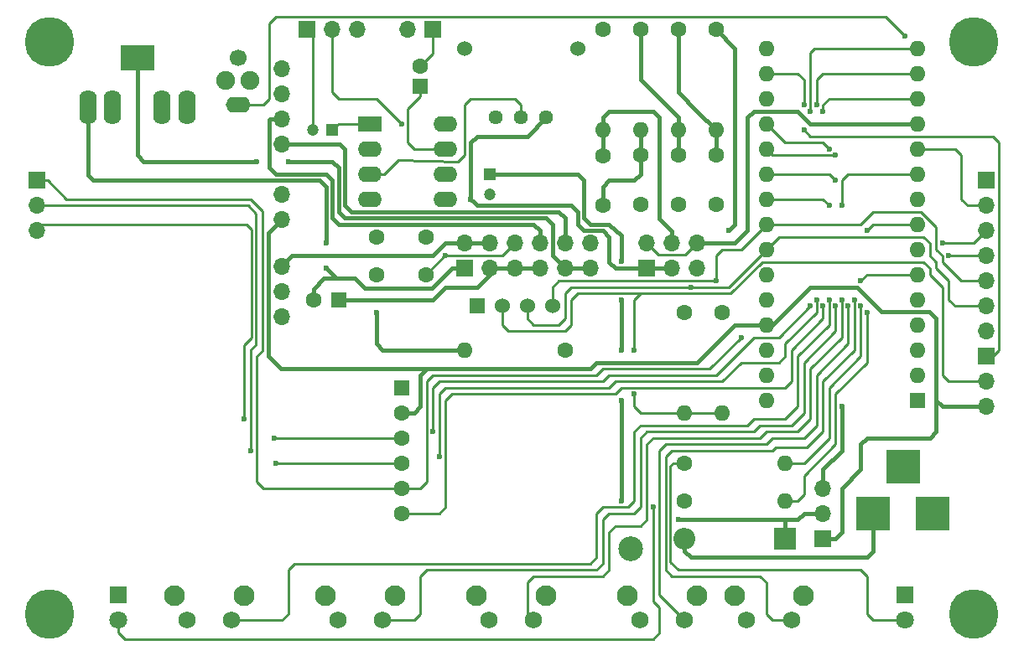
<source format=gtl>
G04 #@! TF.GenerationSoftware,KiCad,Pcbnew,(5.1.5)-3*
G04 #@! TF.CreationDate,2020-06-04T00:05:55+02:00*
G04 #@! TF.ProjectId,8bitWave Module,38626974-5761-4766-9520-4d6f64756c65,rev?*
G04 #@! TF.SameCoordinates,Original*
G04 #@! TF.FileFunction,Copper,L1,Top*
G04 #@! TF.FilePolarity,Positive*
%FSLAX46Y46*%
G04 Gerber Fmt 4.6, Leading zero omitted, Abs format (unit mm)*
G04 Created by KiCad (PCBNEW (5.1.5)-3) date 2020-06-04 00:05:55*
%MOMM*%
%LPD*%
G04 APERTURE LIST*
%ADD10C,1.600000*%
%ADD11R,1.600000X1.600000*%
%ADD12R,1.700000X1.700000*%
%ADD13O,1.700000X1.700000*%
%ADD14C,1.900000*%
%ADD15O,2.500000X1.600000*%
%ADD16C,1.700000*%
%ADD17C,2.500000*%
%ADD18C,1.524000*%
%ADD19R,1.524000X1.524000*%
%ADD20O,1.600000X1.600000*%
%ADD21O,2.200000X2.200000*%
%ADD22R,2.200000X2.200000*%
%ADD23R,3.500000X3.500000*%
%ADD24C,2.100000*%
%ADD25C,1.750000*%
%ADD26C,5.000000*%
%ADD27R,2.400000X1.600000*%
%ADD28O,2.400000X1.600000*%
%ADD29R,1.200000X1.200000*%
%ADD30C,1.200000*%
%ADD31R,1.800000X1.800000*%
%ADD32C,1.800000*%
%ADD33R,3.500000X2.500000*%
%ADD34O,1.750000X3.500000*%
%ADD35C,1.440000*%
%ADD36C,0.600000*%
%ADD37C,0.250000*%
%ADD38C,0.381000*%
G04 APERTURE END LIST*
D10*
X109220000Y-128905000D03*
X109220000Y-126365000D03*
X109220000Y-123825000D03*
X109220000Y-121285000D03*
X109220000Y-118745000D03*
D11*
X109220000Y-116205000D03*
D12*
X112395000Y-80010000D03*
D13*
X109855000Y-80010000D03*
D14*
X93960000Y-85175000D03*
D15*
X92710000Y-87575000D03*
D14*
X91460000Y-85175000D03*
D16*
X92710000Y-82875000D03*
D17*
X132400000Y-132450000D03*
D18*
X124460000Y-107950000D03*
X121920000Y-107950000D03*
X119380000Y-107950000D03*
D19*
X116840000Y-107950000D03*
D13*
X97155000Y-108990000D03*
X97155000Y-106450000D03*
X97155000Y-103910000D03*
X97155000Y-99190000D03*
X97155000Y-96650000D03*
X97155000Y-91590000D03*
X97155000Y-89050000D03*
X97155000Y-86510000D03*
X97155000Y-83970000D03*
X72390000Y-100330000D03*
X72390000Y-97790000D03*
D12*
X72390000Y-95250000D03*
D11*
X161290000Y-117475000D03*
D20*
X146050000Y-84455000D03*
X161290000Y-114935000D03*
X146050000Y-86995000D03*
X161290000Y-112395000D03*
X146050000Y-89535000D03*
X161290000Y-109855000D03*
X146050000Y-92075000D03*
X161290000Y-107315000D03*
X146050000Y-94615000D03*
X161290000Y-104775000D03*
X146050000Y-97155000D03*
X161290000Y-102235000D03*
X146050000Y-99695000D03*
X161290000Y-99695000D03*
X146050000Y-102235000D03*
X161290000Y-97155000D03*
X146050000Y-104775000D03*
X161290000Y-94615000D03*
X146050000Y-107315000D03*
X161290000Y-92075000D03*
X146050000Y-109855000D03*
X161290000Y-89535000D03*
X146050000Y-112395000D03*
X161290000Y-86995000D03*
X146050000Y-114935000D03*
X161290000Y-84455000D03*
X146050000Y-117475000D03*
X161290000Y-81915000D03*
X146050000Y-81915000D03*
D11*
X111125000Y-85725000D03*
D10*
X111125000Y-83725000D03*
D21*
X137795000Y-131445000D03*
D22*
X147955000Y-131445000D03*
D13*
X151765000Y-126365000D03*
X151765000Y-128905000D03*
D12*
X151765000Y-131445000D03*
D13*
X139065000Y-101600000D03*
X139065000Y-104140000D03*
X136525000Y-101600000D03*
X136525000Y-104140000D03*
X133985000Y-101600000D03*
D12*
X133985000Y-104140000D03*
D23*
X159845000Y-124205000D03*
X162845000Y-128905000D03*
X156845000Y-128905000D03*
D12*
X168275000Y-95250000D03*
D13*
X168275000Y-97790000D03*
X168275000Y-100330000D03*
X168275000Y-102870000D03*
X168275000Y-105410000D03*
X168275000Y-107950000D03*
X168275000Y-110490000D03*
D24*
X132035000Y-137210000D03*
D25*
X133295000Y-139700000D03*
X137795000Y-139700000D03*
D24*
X139045000Y-137210000D03*
X142830000Y-137210000D03*
D25*
X144090000Y-139700000D03*
X148590000Y-139700000D03*
D24*
X149840000Y-137210000D03*
X101555000Y-137210000D03*
D25*
X102815000Y-139700000D03*
X107315000Y-139700000D03*
D24*
X108565000Y-137210000D03*
X86315000Y-137210000D03*
D25*
X87575000Y-139700000D03*
X92075000Y-139700000D03*
D24*
X93325000Y-137210000D03*
X116795000Y-137210000D03*
D25*
X118055000Y-139700000D03*
X122555000Y-139700000D03*
D24*
X123805000Y-137210000D03*
D26*
X73660000Y-139065000D03*
X167005000Y-139065000D03*
X167005000Y-81280000D03*
X73660000Y-81280000D03*
D10*
X133350000Y-80010000D03*
D20*
X133350000Y-90170000D03*
D10*
X137160000Y-80010000D03*
D20*
X137160000Y-90170000D03*
D10*
X140970000Y-80010000D03*
D20*
X140970000Y-90170000D03*
D10*
X129540000Y-80010000D03*
D20*
X129540000Y-90170000D03*
D10*
X125730000Y-112395000D03*
D20*
X115570000Y-112395000D03*
D27*
X106045000Y-89535000D03*
D28*
X113665000Y-97155000D03*
X106045000Y-92075000D03*
X113665000Y-94615000D03*
X106045000Y-94615000D03*
X113665000Y-92075000D03*
X106045000Y-97155000D03*
X113665000Y-89535000D03*
D10*
X129540000Y-97790000D03*
X129540000Y-92790000D03*
X133350000Y-92710000D03*
X133350000Y-97710000D03*
X137160000Y-92710000D03*
X137160000Y-97710000D03*
X140970000Y-92710000D03*
X140970000Y-97710000D03*
X111680000Y-100965000D03*
X106680000Y-100965000D03*
D29*
X118110000Y-94615000D03*
D30*
X118110000Y-96615000D03*
D29*
X102235000Y-90170000D03*
D30*
X100235000Y-90170000D03*
D10*
X111680000Y-104775000D03*
X106680000Y-104775000D03*
D11*
X102870000Y-107315000D03*
D10*
X100370000Y-107315000D03*
D31*
X80645000Y-137160000D03*
D32*
X80645000Y-139700000D03*
D10*
X137795000Y-127635000D03*
D20*
X147955000Y-127635000D03*
D33*
X82550000Y-82859000D03*
D34*
X87550000Y-87865000D03*
X77550000Y-87865000D03*
X85050000Y-87865000D03*
X80050000Y-87865000D03*
D31*
X160020000Y-137160000D03*
D32*
X160020000Y-139700000D03*
D10*
X137795000Y-123825000D03*
D20*
X147955000Y-123825000D03*
D12*
X168275000Y-113030000D03*
D13*
X168275000Y-115570000D03*
X168275000Y-118110000D03*
D10*
X137795000Y-108585000D03*
D20*
X137795000Y-118745000D03*
D10*
X141605000Y-108585000D03*
D20*
X141605000Y-118745000D03*
D13*
X128270000Y-101600000D03*
X128270000Y-104140000D03*
X125730000Y-101600000D03*
X125730000Y-104140000D03*
X123190000Y-101600000D03*
X123190000Y-104140000D03*
X120650000Y-101600000D03*
X120650000Y-104140000D03*
X118110000Y-101600000D03*
X118110000Y-104140000D03*
X115570000Y-101600000D03*
D12*
X115570000Y-104140000D03*
D35*
X123825000Y-88900000D03*
X121285000Y-88900000D03*
X118745000Y-88900000D03*
D18*
X127000000Y-81915000D03*
X115570000Y-81915000D03*
D13*
X104775000Y-80010000D03*
X102235000Y-80010000D03*
D12*
X99695000Y-80010000D03*
D36*
X152400000Y-92075000D03*
X154305000Y-107950000D03*
X153035000Y-92710000D03*
X154940000Y-107315000D03*
X153035000Y-95250000D03*
X153035000Y-107950000D03*
X152400000Y-97790000D03*
X152400000Y-107315000D03*
X153670000Y-97790000D03*
X153670000Y-107315000D03*
X149860000Y-90170000D03*
X149860000Y-87630000D03*
X140970000Y-105410000D03*
X138430000Y-106045000D03*
X109220000Y-89535000D03*
X160020000Y-80645000D03*
X151765000Y-88265000D03*
X151765000Y-107950000D03*
X113030000Y-123190000D03*
X151130000Y-107315000D03*
X151130000Y-87630000D03*
X93980000Y-122555000D03*
X96520000Y-123825000D03*
X112395000Y-120650000D03*
X150495000Y-88265000D03*
X150495000Y-107950000D03*
X93345000Y-119380000D03*
X96393000Y-121285000D03*
X143510000Y-111125000D03*
X101600000Y-101600000D03*
X101600000Y-104140000D03*
X106680000Y-108585000D03*
X164465000Y-102870000D03*
X163830000Y-101600000D03*
X156210000Y-108585000D03*
X156210000Y-100330000D03*
X134620000Y-128270000D03*
X155575000Y-107950000D03*
X155575000Y-105409962D03*
X132715000Y-116840000D03*
X132715000Y-112395000D03*
X142240000Y-100330000D03*
X116205000Y-97155000D03*
X113665000Y-102870000D03*
X94615000Y-93345000D03*
X97790000Y-93345000D03*
X153670000Y-118110000D03*
X131445000Y-107315000D03*
X131445000Y-112395000D03*
X131445000Y-117475000D03*
X137160000Y-129540000D03*
X131445000Y-103449490D03*
X131445000Y-127635000D03*
D37*
X151765000Y-91440000D02*
X152400000Y-92075000D01*
X147955000Y-91440000D02*
X146050000Y-89535000D01*
X151765000Y-91440000D02*
X147955000Y-91440000D01*
X151130000Y-120015000D02*
X151130000Y-114935000D01*
X146685000Y-121285000D02*
X149860000Y-121285000D01*
X135255000Y-137160000D02*
X135255000Y-122555000D01*
X135255000Y-122555000D02*
X135890000Y-121920000D01*
X137795000Y-139700000D02*
X135255000Y-137160000D01*
X154305000Y-111760000D02*
X154305000Y-107950000D01*
X135890000Y-121920000D02*
X146050000Y-121920000D01*
X151130000Y-114935000D02*
X154305000Y-111760000D01*
X149860000Y-121285000D02*
X151130000Y-120015000D01*
X146050000Y-121920000D02*
X146685000Y-121285000D01*
X146685000Y-92710000D02*
X146050000Y-92075000D01*
X153035000Y-92710000D02*
X146685000Y-92710000D01*
X154940000Y-112395000D02*
X154940000Y-107315000D01*
X151765000Y-115570000D02*
X154940000Y-112395000D01*
X151765000Y-120650000D02*
X151765000Y-115570000D01*
X150177500Y-122237500D02*
X151765000Y-120650000D01*
X145415000Y-135255000D02*
X136525000Y-135255000D01*
X146050000Y-139065000D02*
X146050000Y-135890000D01*
X146685000Y-139700000D02*
X146050000Y-139065000D01*
X146685000Y-122555000D02*
X147002500Y-122237500D01*
X146050000Y-135890000D02*
X145415000Y-135255000D01*
X135890000Y-134620000D02*
X135890000Y-123190000D01*
X148590000Y-139700000D02*
X146685000Y-139700000D01*
X136525000Y-135255000D02*
X135890000Y-134620000D01*
X136525000Y-122555000D02*
X146685000Y-122555000D01*
X135890000Y-123190000D02*
X136525000Y-122555000D01*
X147002500Y-122237500D02*
X150177500Y-122237500D01*
X153035000Y-95250000D02*
X152400000Y-94615000D01*
X152400000Y-94615000D02*
X146050000Y-94615000D01*
X110490000Y-139700000D02*
X107315000Y-139700000D01*
X111125000Y-139065000D02*
X110490000Y-139700000D01*
X111125000Y-135255000D02*
X111125000Y-139065000D01*
X111760000Y-134620000D02*
X111125000Y-135255000D01*
X128905000Y-134620000D02*
X111760000Y-134620000D01*
X129540000Y-133985000D02*
X128905000Y-134620000D01*
X129540000Y-129540000D02*
X129540000Y-133985000D01*
X130175000Y-128905000D02*
X129540000Y-129540000D01*
X149860000Y-113665000D02*
X149860000Y-118745000D01*
X133350000Y-121285000D02*
X133350000Y-128270000D01*
X153035000Y-110490000D02*
X149860000Y-113665000D01*
X153035000Y-107950000D02*
X153035000Y-110490000D01*
X133985000Y-120650000D02*
X133350000Y-121285000D01*
X132715000Y-128905000D02*
X130175000Y-128905000D01*
X148590000Y-120015000D02*
X145415000Y-120015000D01*
X133350000Y-128270000D02*
X132715000Y-128905000D01*
X149860000Y-118745000D02*
X148590000Y-120015000D01*
X145415000Y-120015000D02*
X144780000Y-120650000D01*
X144780000Y-120650000D02*
X133985000Y-120650000D01*
X151765000Y-97155000D02*
X152400000Y-97790000D01*
X151765000Y-97155000D02*
X146050000Y-97155000D01*
X97790000Y-139065000D02*
X97155000Y-139700000D01*
X98425000Y-133985000D02*
X97790000Y-134620000D01*
X128270000Y-133985000D02*
X98425000Y-133985000D01*
X128905000Y-133350000D02*
X128270000Y-133985000D01*
X129540000Y-128270000D02*
X128905000Y-128905000D01*
X97790000Y-134620000D02*
X97790000Y-139065000D01*
X147955000Y-119380000D02*
X144780000Y-119380000D01*
X149225000Y-118110000D02*
X147955000Y-119380000D01*
X133350000Y-120015000D02*
X132715000Y-120650000D01*
X144780000Y-119380000D02*
X144145000Y-120015000D01*
X149225000Y-113030000D02*
X149225000Y-118110000D01*
X128905000Y-128905000D02*
X128905000Y-133350000D01*
X144145000Y-120015000D02*
X133350000Y-120015000D01*
X152400000Y-109855000D02*
X149225000Y-113030000D01*
X152400000Y-107315000D02*
X152400000Y-109855000D01*
X97155000Y-139700000D02*
X92075000Y-139700000D01*
X132715000Y-120650000D02*
X132715000Y-127635000D01*
X132715000Y-127635000D02*
X132080000Y-128270000D01*
X132080000Y-128270000D02*
X129540000Y-128270000D01*
X154940000Y-94615000D02*
X154305000Y-94615000D01*
X153670000Y-95250000D02*
X153670000Y-97790000D01*
X154305000Y-94615000D02*
X153670000Y-95250000D01*
X154940000Y-94615000D02*
X161290000Y-94615000D01*
X121920000Y-139065000D02*
X122555000Y-139700000D01*
X121920000Y-135890000D02*
X121920000Y-139065000D01*
X150495000Y-119380000D02*
X149225000Y-120650000D01*
X150495000Y-114300000D02*
X150495000Y-119380000D01*
X153670000Y-107315000D02*
X153670000Y-111125000D01*
X149225000Y-120650000D02*
X146050000Y-120650000D01*
X153670000Y-111125000D02*
X150495000Y-114300000D01*
X146050000Y-120650000D02*
X145415000Y-121285000D01*
X145415000Y-121285000D02*
X134620000Y-121285000D01*
X122555000Y-135255000D02*
X121920000Y-135890000D01*
X134620000Y-121285000D02*
X133985000Y-121920000D01*
X133985000Y-121920000D02*
X133985000Y-129540000D01*
X133985000Y-129540000D02*
X133350000Y-130175000D01*
X133350000Y-130175000D02*
X130810000Y-130175000D01*
X130810000Y-130175000D02*
X130175000Y-130810000D01*
X130175000Y-130810000D02*
X130175000Y-134620000D01*
X130175000Y-134620000D02*
X129540000Y-135255000D01*
X129540000Y-135255000D02*
X122555000Y-135255000D01*
X168910000Y-113030000D02*
X169545000Y-112395000D01*
X168275000Y-113030000D02*
X168910000Y-113030000D01*
X169545000Y-112395000D02*
X169545000Y-91440000D01*
X169545000Y-91440000D02*
X168910000Y-90805000D01*
X168910000Y-90805000D02*
X151130000Y-90805000D01*
X150495000Y-90805000D02*
X149860000Y-90170000D01*
X151130000Y-90805000D02*
X150495000Y-90805000D01*
X149860000Y-87630000D02*
X149860000Y-85090000D01*
X149860000Y-85090000D02*
X149225000Y-84455000D01*
X149225000Y-84455000D02*
X146050000Y-84455000D01*
X163195000Y-99934998D02*
X161685002Y-98425000D01*
X165735000Y-105410000D02*
X163830000Y-103505000D01*
X163195000Y-102235000D02*
X163195000Y-99934998D01*
X168275000Y-105410000D02*
X165735000Y-105410000D01*
X163830000Y-103505000D02*
X163830000Y-102870000D01*
X163830000Y-102870000D02*
X163195000Y-102235000D01*
X140545736Y-105410000D02*
X140970000Y-105410000D01*
X124460000Y-106045000D02*
X125095000Y-105410000D01*
X125095000Y-105410000D02*
X140545736Y-105410000D01*
X124460000Y-107950000D02*
X124460000Y-106045000D01*
X143510000Y-102235000D02*
X146050000Y-99695000D01*
X141605000Y-102235000D02*
X143510000Y-102235000D01*
X140970000Y-102870000D02*
X141605000Y-102235000D01*
X140970000Y-105410000D02*
X140970000Y-102870000D01*
X155575000Y-99695000D02*
X156845000Y-98425000D01*
X146050000Y-99695000D02*
X155575000Y-99695000D01*
X161685002Y-98425000D02*
X156845000Y-98425000D01*
X161925000Y-100965000D02*
X147320000Y-100965000D01*
X147320000Y-100965000D02*
X146050000Y-102235000D01*
X162560000Y-101600000D02*
X161925000Y-100965000D01*
X162560000Y-102870000D02*
X162560000Y-101600000D01*
X163195000Y-103505000D02*
X162560000Y-102870000D01*
X165100000Y-107950000D02*
X164465000Y-107315000D01*
X164465000Y-105410000D02*
X163195000Y-104140000D01*
X168275000Y-107950000D02*
X165100000Y-107950000D01*
X164465000Y-107315000D02*
X164465000Y-105410000D01*
X163195000Y-104140000D02*
X163195000Y-103505000D01*
X142240000Y-106045000D02*
X146050000Y-102235000D01*
X125730000Y-106680000D02*
X126365000Y-106045000D01*
X126365000Y-106045000D02*
X142240000Y-106045000D01*
X121920000Y-107950000D02*
X121920000Y-109220000D01*
X125730000Y-109220000D02*
X125730000Y-106680000D01*
X121920000Y-109220000D02*
X122555000Y-109855000D01*
X122555000Y-109855000D02*
X125095000Y-109855000D01*
X125095000Y-109855000D02*
X125730000Y-109220000D01*
D38*
X163830000Y-118110000D02*
X168275000Y-118110000D01*
X163195000Y-117475000D02*
X163830000Y-118110000D01*
X139065000Y-113665000D02*
X142875000Y-109855000D01*
X142875000Y-109855000D02*
X146050000Y-109855000D01*
X111125000Y-118110000D02*
X110490000Y-118745000D01*
X110490000Y-118745000D02*
X109220000Y-118745000D01*
X163195000Y-120650000D02*
X163195000Y-117475000D01*
X162560000Y-121285000D02*
X163195000Y-120650000D01*
X156210000Y-121285000D02*
X162560000Y-121285000D01*
X155575000Y-121920000D02*
X156210000Y-121285000D01*
X153035000Y-131445000D02*
X153670000Y-130810000D01*
X151765000Y-131445000D02*
X153035000Y-131445000D01*
X155575000Y-124460000D02*
X155575000Y-121920000D01*
X153670000Y-130810000D02*
X153670000Y-126365000D01*
X153670000Y-126365000D02*
X155575000Y-124460000D01*
X128905000Y-113665000D02*
X128270000Y-114300000D01*
X128905000Y-113665000D02*
X139065000Y-113665000D01*
X128270000Y-114300000D02*
X111760000Y-114300000D01*
X111125000Y-118110000D02*
X111125000Y-114935000D01*
X111760000Y-114300000D02*
X111125000Y-114935000D01*
X97155000Y-99190000D02*
X95761000Y-100584000D01*
D37*
X95761000Y-100584000D02*
X95758000Y-100584000D01*
D38*
X95758000Y-113030000D02*
X95758000Y-100584000D01*
X111760000Y-114300000D02*
X97028000Y-114300000D01*
X97028000Y-114300000D02*
X95758000Y-113030000D01*
X163195000Y-111760000D02*
X163195000Y-117475000D01*
X163195000Y-109220000D02*
X163195000Y-111760000D01*
X146685000Y-109855000D02*
X150495000Y-106045000D01*
X146050000Y-109855000D02*
X146685000Y-109855000D01*
X150495000Y-106045000D02*
X155188056Y-106045000D01*
X162480501Y-108505501D02*
X163195000Y-109220000D01*
X155188056Y-106045000D02*
X157648557Y-108505501D01*
X157648557Y-108505501D02*
X162480501Y-108505501D01*
D37*
X138215001Y-102449999D02*
X139065000Y-101600000D01*
X137889999Y-102775001D02*
X138215001Y-102449999D01*
X135160001Y-102775001D02*
X137889999Y-102775001D01*
X133985000Y-101600000D02*
X135160001Y-102775001D01*
D38*
X160158630Y-89535000D02*
X161290000Y-89535000D01*
X149225000Y-88265000D02*
X150495000Y-89535000D01*
X144780000Y-88265000D02*
X149225000Y-88265000D01*
X150495000Y-89535000D02*
X160158630Y-89535000D01*
X142875000Y-101600000D02*
X144145000Y-100330000D01*
X144145000Y-100330000D02*
X144145000Y-88900000D01*
X139065000Y-101600000D02*
X142875000Y-101600000D01*
X144145000Y-88900000D02*
X144780000Y-88265000D01*
D37*
X107315000Y-87630000D02*
X109220000Y-89535000D01*
X102235000Y-80010000D02*
X102235000Y-86360000D01*
X102235000Y-86360000D02*
X102870000Y-86995000D01*
X106680000Y-86995000D02*
X107315000Y-87630000D01*
X102870000Y-86995000D02*
X106680000Y-86995000D01*
D38*
X129540000Y-90170000D02*
X129540000Y-92790000D01*
X129540000Y-88900000D02*
X129540000Y-90170000D01*
X130175000Y-88265000D02*
X129540000Y-88900000D01*
X136525000Y-100397919D02*
X135255000Y-99127919D01*
X135255000Y-99127919D02*
X135255000Y-88900000D01*
X136525000Y-101600000D02*
X136525000Y-100397919D01*
X135255000Y-88900000D02*
X134620000Y-88265000D01*
X134620000Y-88265000D02*
X130175000Y-88265000D01*
X137160000Y-90170000D02*
X137160000Y-92710000D01*
X133350000Y-85090000D02*
X133350000Y-80010000D01*
X137160000Y-88900000D02*
X133350000Y-85090000D01*
X137160000Y-90170000D02*
X137160000Y-88900000D01*
X140970000Y-90170000D02*
X140970000Y-92710000D01*
X137160000Y-80010000D02*
X137160000Y-86360000D01*
X139065000Y-88265000D02*
X137160000Y-86360000D01*
X139065000Y-88265000D02*
X140970000Y-90170000D01*
D37*
X158115000Y-78740000D02*
X96520000Y-78740000D01*
X95305000Y-87575000D02*
X92710000Y-87575000D01*
X95885000Y-86995000D02*
X95305000Y-87575000D01*
X160020000Y-80645000D02*
X158115000Y-78740000D01*
X96520000Y-78740000D02*
X95885000Y-79375000D01*
X95885000Y-79375000D02*
X95885000Y-86995000D01*
X153035000Y-86995000D02*
X152400000Y-86995000D01*
X151765000Y-87630000D02*
X151765000Y-88265000D01*
X152400000Y-86995000D02*
X151765000Y-87630000D01*
X161290000Y-86995000D02*
X153035000Y-86995000D01*
X113665000Y-128270000D02*
X113030000Y-128905000D01*
X130810000Y-116840000D02*
X114300000Y-116840000D01*
X113665000Y-117475000D02*
X113665000Y-128270000D01*
X114300000Y-116840000D02*
X113665000Y-117475000D01*
X131445000Y-116205000D02*
X130810000Y-116840000D01*
X151765000Y-107950000D02*
X151765000Y-109220000D01*
X148590000Y-112395000D02*
X148590000Y-115570000D01*
X113030000Y-128905000D02*
X109220000Y-128905000D01*
X151765000Y-109220000D02*
X148590000Y-112395000D01*
X148590000Y-115570000D02*
X147955000Y-116205000D01*
X147955000Y-116205000D02*
X131445000Y-116205000D01*
X152400000Y-84455000D02*
X151765000Y-84455000D01*
X151765000Y-84455000D02*
X151130000Y-85090000D01*
X161290000Y-84455000D02*
X152400000Y-84455000D01*
X151130000Y-107315000D02*
X151130000Y-108585000D01*
X143510000Y-113665000D02*
X141605000Y-115570000D01*
X151130000Y-108585000D02*
X147955000Y-111760000D01*
X147320000Y-113665000D02*
X143510000Y-113665000D01*
X147955000Y-111760000D02*
X147955000Y-113030000D01*
X147955000Y-113030000D02*
X147320000Y-113665000D01*
X151130000Y-85090000D02*
X151130000Y-87630000D01*
X130810000Y-115570000D02*
X130175000Y-116205000D01*
X141605000Y-115570000D02*
X130810000Y-115570000D01*
X130175000Y-116205000D02*
X113665000Y-116205000D01*
X113665000Y-116205000D02*
X113030000Y-116840000D01*
X113030000Y-116840000D02*
X113030000Y-123190000D01*
X72390000Y-97790000D02*
X93726000Y-97790000D01*
X93726000Y-97790000D02*
X94560021Y-98624021D01*
X96647000Y-123825000D02*
X109220000Y-123825000D01*
X94560021Y-98624021D02*
X94560021Y-111705021D01*
X94560021Y-111705021D02*
X94560021Y-111814979D01*
X94560021Y-111814979D02*
X93980000Y-112395000D01*
X93980000Y-112395000D02*
X93980000Y-120015000D01*
X93980000Y-120015000D02*
X93980000Y-122555000D01*
X151765000Y-81915000D02*
X150945002Y-81915000D01*
X150495000Y-82365002D02*
X150495000Y-88265000D01*
X150945002Y-81915000D02*
X150495000Y-82365002D01*
X161290000Y-81915000D02*
X151765000Y-81915000D01*
X147320000Y-111125000D02*
X150495000Y-107950000D01*
X140970000Y-114935000D02*
X144780000Y-111125000D01*
X144780000Y-111125000D02*
X147320000Y-111125000D01*
X130175000Y-114935000D02*
X129540000Y-115570000D01*
X130175000Y-114935000D02*
X140970000Y-114935000D01*
X129540000Y-115570000D02*
X113030000Y-115570000D01*
X113030000Y-115570000D02*
X112395000Y-116205000D01*
X112395000Y-120650000D02*
X112395000Y-116205000D01*
X94110010Y-100206010D02*
X93599000Y-99695000D01*
X93599000Y-99695000D02*
X73025000Y-99695000D01*
X73025000Y-99695000D02*
X72390000Y-100330000D01*
X94110010Y-111065689D02*
X94110010Y-100206010D01*
X109220000Y-121285000D02*
X96393000Y-121285000D01*
X94110010Y-111065689D02*
X94110010Y-111121990D01*
X94110010Y-111121990D02*
X93345000Y-111887000D01*
X93345000Y-111887000D02*
X93345000Y-119380000D01*
X111125000Y-126365000D02*
X109220000Y-126365000D01*
X111760000Y-125730000D02*
X111125000Y-126365000D01*
X111760000Y-115570000D02*
X111760000Y-125730000D01*
X140335000Y-114300000D02*
X129540000Y-114300000D01*
X143510000Y-111125000D02*
X140335000Y-114300000D01*
X128905000Y-114935000D02*
X112395000Y-114935000D01*
X129540000Y-114300000D02*
X128905000Y-114935000D01*
X112395000Y-114935000D02*
X111760000Y-115570000D01*
X95250000Y-126365000D02*
X109220000Y-126365000D01*
X94615000Y-125730000D02*
X95250000Y-126365000D01*
X94615000Y-113030000D02*
X94615000Y-125730000D01*
X95159009Y-112485991D02*
X94615000Y-113030000D01*
X73490000Y-95250000D02*
X75395000Y-97155000D01*
X75395000Y-97155000D02*
X93980000Y-97155000D01*
X93980000Y-97155000D02*
X95159009Y-98334009D01*
X72390000Y-95250000D02*
X73490000Y-95250000D01*
X95159009Y-98334009D02*
X95159009Y-112485991D01*
X100235000Y-80550000D02*
X99695000Y-80010000D01*
X100235000Y-90170000D02*
X100235000Y-80550000D01*
D38*
X115570000Y-104140000D02*
X114470000Y-104140000D01*
X114470000Y-104140000D02*
X114300000Y-104140000D01*
X112315501Y-106124499D02*
X105489499Y-106124499D01*
X114300000Y-104140000D02*
X112315501Y-106124499D01*
X105489499Y-106124499D02*
X104515501Y-105150501D01*
X100370000Y-106183630D02*
X101403129Y-105150501D01*
X100370000Y-107315000D02*
X100370000Y-106183630D01*
X78105000Y-95250000D02*
X77550000Y-94695000D01*
X77550000Y-94695000D02*
X77550000Y-87865000D01*
X78740000Y-95250000D02*
X78105000Y-95250000D01*
X100965000Y-95250000D02*
X78740000Y-95250000D01*
X101600000Y-101600000D02*
X101600000Y-95885000D01*
X101600000Y-95885000D02*
X100965000Y-95250000D01*
X102610501Y-105150501D02*
X101600000Y-104140000D01*
X101403129Y-105150501D02*
X102610501Y-105150501D01*
X102610501Y-105150501D02*
X104515501Y-105150501D01*
X133350000Y-92710000D02*
X133350000Y-94615000D01*
X129540000Y-95885000D02*
X129540000Y-97790000D01*
X130175000Y-95250000D02*
X129540000Y-95885000D01*
X132715000Y-95250000D02*
X130175000Y-95250000D01*
X133350000Y-94615000D02*
X132715000Y-95250000D01*
X133350000Y-90170000D02*
X133350000Y-92710000D01*
X107315000Y-112395000D02*
X115570000Y-112395000D01*
X106680000Y-111760000D02*
X107315000Y-112395000D01*
X106680000Y-111760000D02*
X106680000Y-108585000D01*
D37*
X102235000Y-90170000D02*
X102870000Y-89535000D01*
X102870000Y-89535000D02*
X106045000Y-89535000D01*
D38*
X118110000Y-104140000D02*
X120650000Y-104140000D01*
X120650000Y-104140000D02*
X123190000Y-104140000D01*
X118110000Y-104775000D02*
X118110000Y-104140000D01*
X113665000Y-106045000D02*
X112395000Y-107315000D01*
X116840000Y-106045000D02*
X113665000Y-106045000D01*
X116840000Y-106045000D02*
X118110000Y-104775000D01*
X102870000Y-107315000D02*
X112395000Y-107315000D01*
D37*
X110490000Y-92075000D02*
X113665000Y-92075000D01*
X109855000Y-91440000D02*
X110490000Y-92075000D01*
X109855000Y-88045000D02*
X109855000Y-88265000D01*
X111125000Y-86775000D02*
X109855000Y-88045000D01*
X111125000Y-85725000D02*
X111125000Y-86775000D01*
X109855000Y-88265000D02*
X109855000Y-91440000D01*
X164465000Y-102870000D02*
X168275000Y-102870000D01*
X168275000Y-100330000D02*
X167005000Y-101600000D01*
X167005000Y-101600000D02*
X163830000Y-101600000D01*
X156210000Y-100330000D02*
X156845000Y-99695000D01*
X156845000Y-99695000D02*
X161290000Y-99695000D01*
X149860000Y-127000000D02*
X149225000Y-127635000D01*
X149225000Y-127635000D02*
X147955000Y-127635000D01*
X156210000Y-108585000D02*
X156210000Y-113665000D01*
X156210000Y-113665000D02*
X153035000Y-116840000D01*
X153035000Y-116840000D02*
X153035000Y-121920000D01*
X153035000Y-121920000D02*
X149860000Y-125095000D01*
X149860000Y-125095000D02*
X149860000Y-127000000D01*
X134620000Y-137795000D02*
X134620000Y-128270000D01*
X135255000Y-138430000D02*
X134620000Y-137795000D01*
X80645000Y-139700000D02*
X80645000Y-140970000D01*
X135255000Y-140970000D02*
X135255000Y-138430000D01*
X81280000Y-141605000D02*
X134620000Y-141605000D01*
X80645000Y-140970000D02*
X81280000Y-141605000D01*
X134620000Y-141605000D02*
X135255000Y-140970000D01*
X161290000Y-92075000D02*
X165100000Y-92075000D01*
X166370000Y-97790000D02*
X168275000Y-97790000D01*
X165735000Y-97155000D02*
X166370000Y-97790000D01*
X165735000Y-92710000D02*
X165735000Y-97155000D01*
X165100000Y-92075000D02*
X165735000Y-92710000D01*
X156209962Y-104775000D02*
X155575000Y-105409962D01*
X161290000Y-104775000D02*
X156209962Y-104775000D01*
X149860000Y-123825000D02*
X147955000Y-123825000D01*
X152400000Y-121285000D02*
X149860000Y-123825000D01*
X152400000Y-116205000D02*
X152400000Y-121285000D01*
X155575000Y-107950000D02*
X155575000Y-113030000D01*
X155575000Y-113030000D02*
X152400000Y-116205000D01*
X137795000Y-123825000D02*
X136663630Y-123825000D01*
X136369999Y-124118631D02*
X136369999Y-133829999D01*
X136663630Y-123825000D02*
X136369999Y-124118631D01*
X136369999Y-133829999D02*
X137160000Y-134620000D01*
X137160000Y-134620000D02*
X155575000Y-134620000D01*
X155575000Y-134620000D02*
X156210000Y-135255000D01*
X156210000Y-135255000D02*
X156210000Y-139065000D01*
X156845000Y-139700000D02*
X160020000Y-139700000D01*
X156210000Y-139065000D02*
X156845000Y-139700000D01*
X112395000Y-82455000D02*
X111125000Y-83725000D01*
X112395000Y-80010000D02*
X112395000Y-82455000D01*
X137795000Y-118745000D02*
X141605000Y-118745000D01*
X119380000Y-109855000D02*
X119380000Y-107950000D01*
X120015000Y-110490000D02*
X119380000Y-109855000D01*
X125730000Y-110490000D02*
X120015000Y-110490000D01*
X126365000Y-109855000D02*
X125730000Y-110490000D01*
X163830000Y-106045000D02*
X162560000Y-104775000D01*
X162560000Y-104775000D02*
X162560000Y-104140000D01*
X145654998Y-103505000D02*
X142479998Y-106680000D01*
X163830000Y-114935000D02*
X163830000Y-106045000D01*
X168275000Y-115570000D02*
X164465000Y-115570000D01*
X161925000Y-103505000D02*
X145654998Y-103505000D01*
X164465000Y-115570000D02*
X163830000Y-114935000D01*
X127000000Y-106680000D02*
X126365000Y-107315000D01*
X162560000Y-104140000D02*
X161925000Y-103505000D01*
X126365000Y-107315000D02*
X126365000Y-109855000D01*
X132715000Y-112395000D02*
X132715000Y-107315000D01*
X132715000Y-107315000D02*
X133350000Y-106680000D01*
X142479998Y-106680000D02*
X133350000Y-106680000D01*
X133350000Y-106680000D02*
X127000000Y-106680000D01*
X132715000Y-118110000D02*
X133350000Y-118745000D01*
X137795000Y-118745000D02*
X133350000Y-118745000D01*
X132715000Y-118110000D02*
X132715000Y-116840000D01*
D38*
X137795000Y-132715000D02*
X138430000Y-133350000D01*
X137795000Y-131445000D02*
X137795000Y-132715000D01*
X138430000Y-133350000D02*
X155575000Y-133350000D01*
X155575000Y-133350000D02*
X156210000Y-133350000D01*
X156845000Y-132715000D02*
X156845000Y-128905000D01*
X156210000Y-133350000D02*
X156845000Y-132715000D01*
X142875000Y-99695000D02*
X142240000Y-100330000D01*
X142875000Y-81915000D02*
X142875000Y-99695000D01*
X140970000Y-80010000D02*
X142875000Y-81915000D01*
X115570000Y-101600000D02*
X118110000Y-101600000D01*
X112395000Y-102870000D02*
X98195000Y-102870000D01*
X115570000Y-101600000D02*
X113665000Y-101600000D01*
X113665000Y-101600000D02*
X112395000Y-102870000D01*
X98195000Y-102870000D02*
X97155000Y-103910000D01*
X133985000Y-104140000D02*
X136525000Y-104140000D01*
X121920000Y-90805000D02*
X116840000Y-90805000D01*
X116205000Y-91440000D02*
X116205000Y-96730736D01*
X116205000Y-96730736D02*
X116205000Y-97155000D01*
X123825000Y-88900000D02*
X121920000Y-90805000D01*
X116840000Y-90805000D02*
X116205000Y-91440000D01*
X116840000Y-97790000D02*
X116504999Y-97454999D01*
X127000000Y-99695000D02*
X127000000Y-98425000D01*
X130810000Y-104140000D02*
X130175000Y-103505000D01*
X133985000Y-104140000D02*
X130810000Y-104140000D01*
X127000000Y-98425000D02*
X126365000Y-97790000D01*
X127635000Y-100330000D02*
X127000000Y-99695000D01*
X130175000Y-103505000D02*
X130175000Y-100965000D01*
X116504999Y-97454999D02*
X116205000Y-97155000D01*
X130175000Y-100965000D02*
X129540000Y-100330000D01*
X126365000Y-97790000D02*
X116840000Y-97790000D01*
X129540000Y-100330000D02*
X127635000Y-100330000D01*
X103505000Y-92075000D02*
X103020000Y-91590000D01*
X125730000Y-99060000D02*
X125095000Y-98425000D01*
X103020000Y-91590000D02*
X97155000Y-91590000D01*
X103505000Y-97790000D02*
X103505000Y-92075000D01*
X125730000Y-101600000D02*
X125730000Y-99060000D01*
X125095000Y-98425000D02*
X104140000Y-98425000D01*
X104140000Y-98425000D02*
X103505000Y-97790000D01*
X122555000Y-99695000D02*
X123190000Y-100330000D01*
X102868589Y-99695000D02*
X122555000Y-99695000D01*
X102235000Y-95250000D02*
X102235000Y-99061411D01*
X101600000Y-94615000D02*
X102235000Y-95250000D01*
X102235000Y-99061411D02*
X102868589Y-99695000D01*
X97155000Y-89050000D02*
X95952919Y-89050000D01*
X123190000Y-100330000D02*
X123190000Y-101600000D01*
X95952919Y-89050000D02*
X95885000Y-89117919D01*
X96520000Y-94615000D02*
X101600000Y-94615000D01*
X95885000Y-89117919D02*
X95885000Y-93980000D01*
X95885000Y-93980000D02*
X96520000Y-94615000D01*
D37*
X111680000Y-104775000D02*
X113585000Y-102870000D01*
X119380000Y-102870000D02*
X114089264Y-102870000D01*
X120650000Y-101600000D02*
X119380000Y-102870000D01*
X114089264Y-102870000D02*
X113665000Y-102870000D01*
X113585000Y-102870000D02*
X113665000Y-102870000D01*
D38*
X125730000Y-104140000D02*
X128270000Y-104140000D01*
X124460000Y-99695000D02*
X123825000Y-99060000D01*
X83185000Y-93345000D02*
X82550000Y-92710000D01*
X82550000Y-92710000D02*
X82550000Y-82859000D01*
X83820000Y-93345000D02*
X83185000Y-93345000D01*
X83820000Y-93345000D02*
X94190736Y-93345000D01*
X94190736Y-93345000D02*
X94615000Y-93345000D01*
X124460000Y-102870000D02*
X124460000Y-99695000D01*
X125730000Y-104140000D02*
X124460000Y-102870000D01*
X102235000Y-93345000D02*
X97790000Y-93345000D01*
X102870000Y-93980000D02*
X102235000Y-93345000D01*
X102870000Y-98425000D02*
X102870000Y-93980000D01*
X103505000Y-99060000D02*
X102870000Y-98425000D01*
X123825000Y-99060000D02*
X103505000Y-99060000D01*
D37*
X107495000Y-94615000D02*
X106045000Y-94615000D01*
X108909990Y-93200010D02*
X107495000Y-94615000D01*
X115570000Y-92710000D02*
X114935000Y-93345000D01*
X121285000Y-88900000D02*
X121285000Y-87630000D01*
X121285000Y-87630000D02*
X120650000Y-86995000D01*
X120650000Y-86995000D02*
X116205000Y-86995000D01*
X114935000Y-93345000D02*
X108909990Y-93200010D01*
X116205000Y-86995000D02*
X115570000Y-87630000D01*
X115570000Y-87630000D02*
X115570000Y-92710000D01*
D38*
X153670000Y-118110000D02*
X153670000Y-122555000D01*
X153670000Y-122555000D02*
X151765000Y-124460000D01*
X151765000Y-124460000D02*
X151765000Y-126365000D01*
X147955000Y-130095000D02*
X147955000Y-131445000D01*
X131445000Y-107315000D02*
X131445000Y-112395000D01*
X137160000Y-129540000D02*
X147955000Y-129540000D01*
X147955000Y-129540000D02*
X147955000Y-130095000D01*
X149225000Y-129540000D02*
X149860000Y-128905000D01*
X147955000Y-129540000D02*
X149225000Y-129540000D01*
X151765000Y-128905000D02*
X149860000Y-128905000D01*
X123825000Y-94615000D02*
X118110000Y-94615000D01*
X127635000Y-95250000D02*
X127000000Y-94615000D01*
X131445000Y-100778329D02*
X130175000Y-99695000D01*
X131445000Y-103449490D02*
X131445000Y-100778329D01*
X127000000Y-94615000D02*
X123825000Y-94615000D01*
X128270000Y-99695000D02*
X127635000Y-99060000D01*
X130175000Y-99695000D02*
X128270000Y-99695000D01*
X127635000Y-99060000D02*
X127635000Y-95250000D01*
X131445000Y-117475000D02*
X131445000Y-127635000D01*
M02*

</source>
